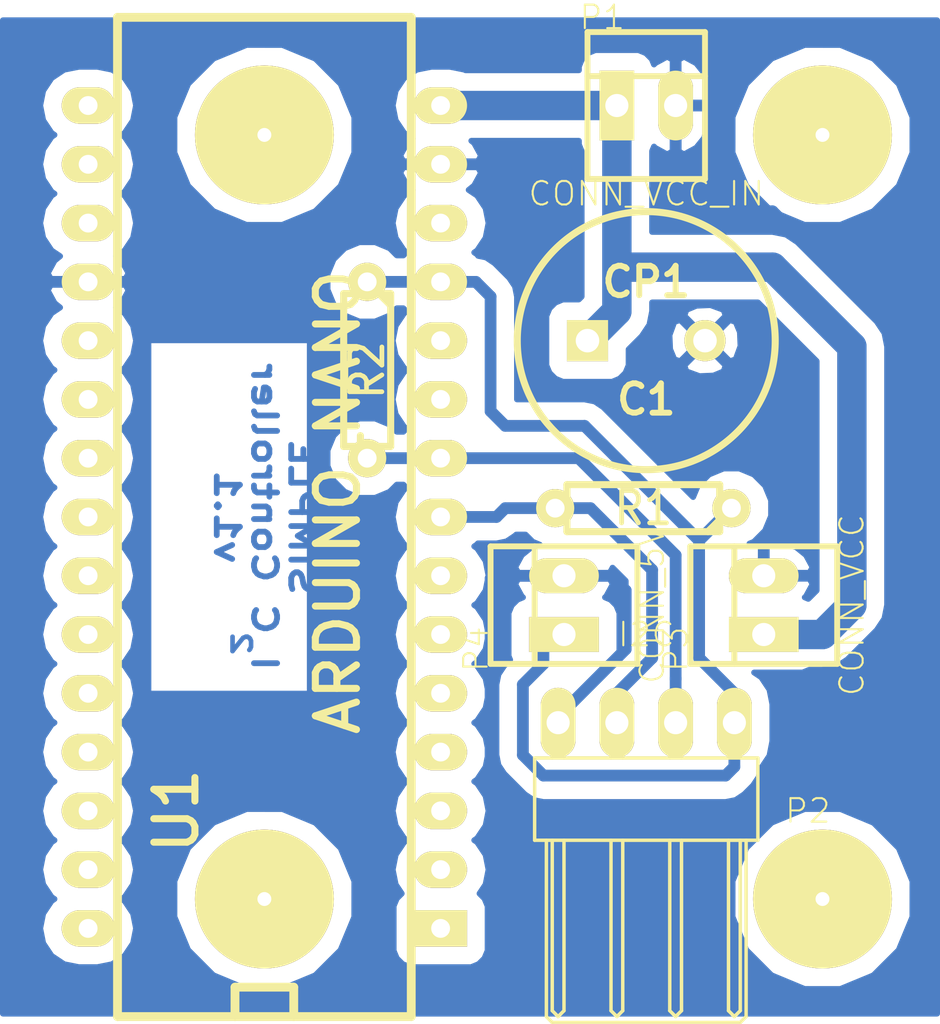
<source format=kicad_pcb>
(kicad_pcb (version 3) (host pcbnew "(2013-june-11)-stable")

  (general
    (links 17)
    (no_connects 0)
    (area 101.6 28.40355 142.240001 72.973001)
    (thickness 1.6)
    (drawings 2)
    (tracks 57)
    (zones 0)
    (modules 12)
    (nets 6)
  )

  (page A3)
  (layers
    (15 F.Cu signal)
    (0 B.Cu signal)
    (16 B.Adhes user)
    (17 F.Adhes user)
    (18 B.Paste user)
    (19 F.Paste user)
    (20 B.SilkS user)
    (21 F.SilkS user)
    (22 B.Mask user)
    (23 F.Mask user)
    (24 Dwgs.User user)
    (25 Cmts.User user)
    (26 Eco1.User user)
    (27 Eco2.User user)
    (28 Edge.Cuts user)
  )

  (setup
    (last_trace_width 0.508)
    (trace_clearance 0.254)
    (zone_clearance 0.762)
    (zone_45_only no)
    (trace_min 0.254)
    (segment_width 0.2)
    (edge_width 0.15)
    (via_size 0.889)
    (via_drill 0.635)
    (via_min_size 0.889)
    (via_min_drill 0.508)
    (uvia_size 0.508)
    (uvia_drill 0.127)
    (uvias_allowed no)
    (uvia_min_size 0.508)
    (uvia_min_drill 0.127)
    (pcb_text_width 0.3)
    (pcb_text_size 1 1)
    (mod_edge_width 0.15)
    (mod_text_size 1 1)
    (mod_text_width 0.15)
    (pad_size 1 1)
    (pad_drill 0.6)
    (pad_to_mask_clearance 0)
    (aux_axis_origin 0 0)
    (visible_elements 7FFFFFFF)
    (pcbplotparams
      (layerselection 3178497)
      (usegerberextensions true)
      (excludeedgelayer true)
      (linewidth 0.150000)
      (plotframeref false)
      (viasonmask false)
      (mode 1)
      (useauxorigin false)
      (hpglpennumber 1)
      (hpglpenspeed 20)
      (hpglpendiameter 15)
      (hpglpenoverlay 2)
      (psnegative false)
      (psa4output false)
      (plotreference true)
      (plotvalue true)
      (plotothertext true)
      (plotinvisibletext false)
      (padsonsilk false)
      (subtractmaskfromsilk false)
      (outputformat 1)
      (mirror false)
      (drillshape 1)
      (scaleselection 1)
      (outputdirectory ""))
  )

  (net 0 "")
  (net 1 +5V)
  (net 2 GND)
  (net 3 N-0000025)
  (net 4 N-000006)
  (net 5 VCC)

  (net_class Default "Toto je výchozí třída sítě."
    (clearance 0.254)
    (trace_width 0.508)
    (via_dia 0.889)
    (via_drill 0.635)
    (uvia_dia 0.508)
    (uvia_drill 0.127)
    (add_net "")
    (add_net +5V)
    (add_net GND)
    (add_net N-0000025)
    (add_net N-000006)
    (add_net VCC)
  )

  (module PINHEAD1-2-UP (layer F.Cu) (tedit 5526A405) (tstamp 5527D625)
    (at 125.984 54.61 90)
    (path /5527D3B7)
    (attr virtual)
    (fp_text reference P4 (at -1.905 -3.81 90) (layer F.SilkS)
      (effects (font (size 1.016 1.016) (thickness 0.0889)))
    )
    (fp_text value CONN_5V (at 0 3.81 90) (layer F.SilkS)
      (effects (font (size 1.016 1.016) (thickness 0.0889)))
    )
    (fp_line (start 2.54 -1.27) (end -2.54 -1.27) (layer F.SilkS) (width 0.254))
    (fp_line (start 2.54 3.175) (end -2.54 3.175) (layer F.SilkS) (width 0.254))
    (fp_line (start -2.54 -3.175) (end 2.54 -3.175) (layer F.SilkS) (width 0.254))
    (fp_line (start -2.54 -3.175) (end -2.54 3.175) (layer F.SilkS) (width 0.254))
    (fp_line (start 2.54 -3.175) (end 2.54 3.175) (layer F.SilkS) (width 0.254))
    (pad 1 thru_hole rect (at -1.27 0 90) (size 1.50622 3.01498) (drill 0.99822)
      (layers *.Cu F.Paste F.SilkS F.Mask)
      (net 1 +5V)
    )
    (pad 2 thru_hole oval (at 1.27 0 90) (size 1.50622 3.01498) (drill 0.99822)
      (layers *.Cu F.Paste F.SilkS F.Mask)
      (net 2 GND)
    )
  )

  (module PINHEAD1-4-90 (layer F.Cu) (tedit 5525117C) (tstamp 5527D60F)
    (at 129.54 59.69 180)
    (path /5527D39A)
    (attr virtual)
    (fp_text reference P2 (at -6.985 -3.81 180) (layer F.SilkS)
      (effects (font (size 1.016 1.016) (thickness 0.0889)))
    )
    (fp_text value I2C (at 0 3.81 180) (layer F.SilkS)
      (effects (font (size 1.016 1.016) (thickness 0.0889)))
    )
    (fp_line (start 3.556 -5.08) (end 3.556 -12.446) (layer F.SilkS) (width 0.15))
    (fp_line (start 3.556 -12.446) (end 3.81 -12.7) (layer F.SilkS) (width 0.15))
    (fp_line (start 3.81 -12.7) (end 4.064 -12.446) (layer F.SilkS) (width 0.15))
    (fp_line (start 4.064 -12.446) (end 4.064 -5.08) (layer F.SilkS) (width 0.15))
    (fp_line (start 1.016 -5.08) (end 1.016 -12.446) (layer F.SilkS) (width 0.15))
    (fp_line (start 1.016 -12.446) (end 1.27 -12.7) (layer F.SilkS) (width 0.15))
    (fp_line (start 1.27 -12.7) (end 1.524 -12.446) (layer F.SilkS) (width 0.15))
    (fp_line (start 1.524 -12.446) (end 1.524 -5.08) (layer F.SilkS) (width 0.15))
    (fp_line (start -1.524 -5.08) (end -1.524 -12.446) (layer F.SilkS) (width 0.15))
    (fp_line (start -1.524 -12.446) (end -1.27 -12.7) (layer F.SilkS) (width 0.15))
    (fp_line (start -1.27 -12.7) (end -1.016 -12.446) (layer F.SilkS) (width 0.15))
    (fp_line (start -1.016 -12.446) (end -1.016 -5.08) (layer F.SilkS) (width 0.15))
    (fp_line (start -4.064 -5.08) (end -4.064 -12.446) (layer F.SilkS) (width 0.15))
    (fp_line (start -4.064 -12.446) (end -3.81 -12.7) (layer F.SilkS) (width 0.15))
    (fp_line (start -3.81 -12.7) (end -3.556 -12.446) (layer F.SilkS) (width 0.15))
    (fp_line (start -3.556 -12.446) (end -3.556 -5.08) (layer F.SilkS) (width 0.15))
    (fp_line (start -4.318 -5.08) (end -4.318 -12.7) (layer F.SilkS) (width 0.15))
    (fp_line (start -4.318 -12.7) (end -4.064 -12.954) (layer F.SilkS) (width 0.15))
    (fp_line (start -4.064 -12.954) (end 4.064 -12.954) (layer F.SilkS) (width 0.15))
    (fp_line (start 4.064 -12.954) (end 4.318 -12.7) (layer F.SilkS) (width 0.15))
    (fp_line (start 4.318 -12.7) (end 4.318 -5.08) (layer F.SilkS) (width 0.15))
    (fp_line (start -1.016 -1.524) (end -1.016 -0.508) (layer F.SilkS) (width 0.15))
    (fp_line (start -1.524 -1.524) (end -1.524 -0.508) (layer F.SilkS) (width 0.15))
    (fp_line (start -3.556 -1.524) (end -3.556 -0.508) (layer F.SilkS) (width 0.15))
    (fp_line (start -4.064 -1.524) (end -4.064 -0.508) (layer F.SilkS) (width 0.15))
    (fp_line (start 4.064 -1.524) (end 4.064 -0.508) (layer F.SilkS) (width 0.15))
    (fp_line (start 3.556 -1.524) (end 3.556 -0.508) (layer F.SilkS) (width 0.15))
    (fp_line (start 1.524 -1.524) (end 1.524 -0.508) (layer F.SilkS) (width 0.15))
    (fp_line (start 1.016 -1.524) (end 1.016 -0.508) (layer F.SilkS) (width 0.15))
    (fp_line (start 4.826 -5.08) (end 4.826 -1.524) (layer F.SilkS) (width 0.15))
    (fp_line (start -4.826 -5.08) (end -4.826 -1.524) (layer F.SilkS) (width 0.15))
    (fp_line (start -4.826 -5.08) (end 4.826 -5.08) (layer F.SilkS) (width 0.15))
    (fp_line (start -4.826 -1.524) (end 4.826 -1.524) (layer F.SilkS) (width 0.15))
    (pad 1 thru_hole oval (at -3.81 0 180) (size 1.50622 3.01498) (drill 0.99822)
      (layers *.Cu F.Paste F.SilkS F.Mask)
      (net 1 +5V)
    )
    (pad 2 thru_hole oval (at -1.27 0 180) (size 1.50622 3.01498) (drill 0.99822)
      (layers *.Cu F.Paste F.SilkS F.Mask)
      (net 3 N-0000025)
    )
    (pad 3 thru_hole oval (at 1.27 0 180) (size 1.50622 3.01498) (drill 0.99822)
      (layers *.Cu F.Paste F.SilkS F.Mask)
      (net 4 N-000006)
    )
    (pad 4 thru_hole oval (at 3.81 0 180) (size 1.50622 3.01498) (drill 0.99822)
      (layers *.Cu F.Paste F.SilkS F.Mask)
      (net 2 GND)
    )
  )

  (module PINHEAD1-2-UP (layer F.Cu) (tedit 5526A405) (tstamp 5527D61A)
    (at 134.62 54.61 90)
    (path /5527D3AA)
    (attr virtual)
    (fp_text reference P3 (at -1.905 -3.81 90) (layer F.SilkS)
      (effects (font (size 1.016 1.016) (thickness 0.0889)))
    )
    (fp_text value CONN_VCC (at 0 3.81 90) (layer F.SilkS)
      (effects (font (size 1.016 1.016) (thickness 0.0889)))
    )
    (fp_line (start 2.54 -1.27) (end -2.54 -1.27) (layer F.SilkS) (width 0.254))
    (fp_line (start 2.54 3.175) (end -2.54 3.175) (layer F.SilkS) (width 0.254))
    (fp_line (start -2.54 -3.175) (end 2.54 -3.175) (layer F.SilkS) (width 0.254))
    (fp_line (start -2.54 -3.175) (end -2.54 3.175) (layer F.SilkS) (width 0.254))
    (fp_line (start 2.54 -3.175) (end 2.54 3.175) (layer F.SilkS) (width 0.254))
    (pad 1 thru_hole rect (at -1.27 0 90) (size 1.50622 3.01498) (drill 0.99822)
      (layers *.Cu F.Paste F.SilkS F.Mask)
      (net 5 VCC)
    )
    (pad 2 thru_hole oval (at 1.27 0 90) (size 1.50622 3.01498) (drill 0.99822)
      (layers *.Cu F.Paste F.SilkS F.Mask)
      (net 2 GND)
    )
  )

  (module PINHEAD1-2-UP (layer F.Cu) (tedit 5526A405) (tstamp 5527D630)
    (at 129.54 33.02)
    (path /5527D3BD)
    (attr virtual)
    (fp_text reference P1 (at -1.905 -3.81) (layer F.SilkS)
      (effects (font (size 1.016 1.016) (thickness 0.0889)))
    )
    (fp_text value CONN_VCC_IN (at 0 3.81) (layer F.SilkS)
      (effects (font (size 1.016 1.016) (thickness 0.0889)))
    )
    (fp_line (start 2.54 -1.27) (end -2.54 -1.27) (layer F.SilkS) (width 0.254))
    (fp_line (start 2.54 3.175) (end -2.54 3.175) (layer F.SilkS) (width 0.254))
    (fp_line (start -2.54 -3.175) (end 2.54 -3.175) (layer F.SilkS) (width 0.254))
    (fp_line (start -2.54 -3.175) (end -2.54 3.175) (layer F.SilkS) (width 0.254))
    (fp_line (start 2.54 -3.175) (end 2.54 3.175) (layer F.SilkS) (width 0.254))
    (pad 1 thru_hole rect (at -1.27 0) (size 1.50622 3.01498) (drill 0.99822)
      (layers *.Cu F.Paste F.SilkS F.Mask)
      (net 5 VCC)
    )
    (pad 2 thru_hole oval (at 1.27 0) (size 1.50622 3.01498) (drill 0.99822)
      (layers *.Cu F.Paste F.SilkS F.Mask)
      (net 2 GND)
    )
  )

  (module C2V10 (layer F.Cu) (tedit 41854742) (tstamp 5527D637)
    (at 129.54 43.18)
    (descr "Condensateur polarise")
    (tags CP)
    (path /5527D5F8)
    (fp_text reference C1 (at 0 2.54) (layer F.SilkS)
      (effects (font (size 1.27 1.27) (thickness 0.254)))
    )
    (fp_text value CP1 (at 0 -2.54) (layer F.SilkS)
      (effects (font (size 1.27 1.27) (thickness 0.254)))
    )
    (fp_circle (center 0 0) (end 4.826 -2.794) (layer F.SilkS) (width 0.3048))
    (pad 1 thru_hole rect (at -2.54 0) (size 1.778 1.778) (drill 1.016)
      (layers *.Cu *.Mask F.SilkS)
      (net 5 VCC)
    )
    (pad 2 thru_hole circle (at 2.54 0) (size 1.778 1.778) (drill 1.016)
      (layers *.Cu *.Mask F.SilkS)
      (net 2 GND)
    )
    (model discret/c_vert_c2v10.wrl
      (at (xyz 0 0 0))
      (scale (xyz 1 1 1))
      (rotate (xyz 0 0 0))
    )
  )

  (module pad (layer F.Cu) (tedit 51979136) (tstamp 5527D794)
    (at 113.03 34.29)
    (fp_text reference Ref** (at 0 0.508) (layer F.SilkS)
      (effects (font (size 1 1) (thickness 0.15)))
    )
    (fp_text value Val** (at 0 -1.016) (layer F.SilkS)
      (effects (font (size 1 1) (thickness 0.15)))
    )
    (pad "" thru_hole circle (at 0 0) (size 6 6) (drill 0.6)
      (layers *.Cu *.Mask F.SilkS)
    )
  )

  (module pad (layer F.Cu) (tedit 51979136) (tstamp 5527D79D)
    (at 137.16 67.31)
    (fp_text reference Ref** (at 0 0.508) (layer F.SilkS)
      (effects (font (size 1 1) (thickness 0.15)))
    )
    (fp_text value Val** (at 0 -1.016) (layer F.SilkS)
      (effects (font (size 1 1) (thickness 0.15)))
    )
    (pad "" thru_hole circle (at 0 0) (size 6 6) (drill 0.6)
      (layers *.Cu *.Mask F.SilkS)
    )
  )

  (module pad (layer F.Cu) (tedit 51979136) (tstamp 5527D7A6)
    (at 113.03 67.31)
    (fp_text reference Ref** (at 0 0.508) (layer F.SilkS)
      (effects (font (size 1 1) (thickness 0.15)))
    )
    (fp_text value Val** (at 0 -1.016) (layer F.SilkS)
      (effects (font (size 1 1) (thickness 0.15)))
    )
    (pad "" thru_hole circle (at 0 0) (size 6 6) (drill 0.6)
      (layers *.Cu *.Mask F.SilkS)
    )
  )

  (module pad (layer F.Cu) (tedit 51979136) (tstamp 5527D7AF)
    (at 137.16 34.29)
    (fp_text reference Ref** (at 0 0.508) (layer F.SilkS)
      (effects (font (size 1 1) (thickness 0.15)))
    )
    (fp_text value Val** (at 0 -1.016) (layer F.SilkS)
      (effects (font (size 1 1) (thickness 0.15)))
    )
    (pad "" thru_hole circle (at 0 0) (size 6 6) (drill 0.6)
      (layers *.Cu *.Mask F.SilkS)
    )
  )

  (module arduino_nano (layer F.Cu) (tedit 552B5158) (tstamp 5527D660)
    (at 113.03 49.53 90)
    (descr "30 pins DIL package, elliptical pads, width 600mil (arduino mini)")
    (tags "DIL arduino mini")
    (path /5549A92F)
    (fp_text reference U1 (at -13.97 -3.81 90) (layer F.SilkS)
      (effects (font (size 1.778 1.778) (thickness 0.3048)))
    )
    (fp_text value ARDUINO_NANO (at -0.635 3.175 90) (layer F.SilkS)
      (effects (font (size 1.778 1.778) (thickness 0.3048)))
    )
    (fp_line (start -22.86 -6.35) (end 20.32 -6.35) (layer F.SilkS) (width 0.381))
    (fp_line (start 20.32 -6.35) (end 20.32 6.35) (layer F.SilkS) (width 0.381))
    (fp_line (start 20.32 6.35) (end -22.86 6.35) (layer F.SilkS) (width 0.381))
    (fp_line (start -22.86 6.35) (end -22.86 -6.35) (layer F.SilkS) (width 0.381))
    (fp_line (start -22.86 1.27) (end -21.59 1.27) (layer F.SilkS) (width 0.381))
    (fp_line (start -21.59 1.27) (end -21.59 -1.27) (layer F.SilkS) (width 0.381))
    (fp_line (start -21.59 -1.27) (end -22.86 -1.27) (layer F.SilkS) (width 0.381))
    (pad 1 thru_hole rect (at -19.05 7.62 90) (size 1.5748 2.286) (drill 0.8128)
      (layers *.Cu *.Mask F.SilkS)
    )
    (pad 2 thru_hole oval (at -16.51 7.62 90) (size 1.5748 2.286) (drill 0.8128)
      (layers *.Cu *.Mask F.SilkS)
    )
    (pad 3 thru_hole oval (at -13.97 7.62 90) (size 1.5748 2.286) (drill 0.8128)
      (layers *.Cu *.Mask F.SilkS)
    )
    (pad 4 thru_hole oval (at -11.43 7.62 90) (size 1.5748 2.286) (drill 0.8128)
      (layers *.Cu *.Mask F.SilkS)
    )
    (pad 5 thru_hole oval (at -8.89 7.62 90) (size 1.5748 2.286) (drill 0.8128)
      (layers *.Cu *.Mask F.SilkS)
    )
    (pad 6 thru_hole oval (at -6.35 7.62 90) (size 1.5748 2.286) (drill 0.8128)
      (layers *.Cu *.Mask F.SilkS)
    )
    (pad 7 thru_hole oval (at -3.81 7.62 90) (size 1.5748 2.286) (drill 0.8128)
      (layers *.Cu *.Mask F.SilkS)
    )
    (pad 8 thru_hole oval (at -1.27 7.62 90) (size 1.5748 2.286) (drill 0.8128)
      (layers *.Cu *.Mask F.SilkS)
      (net 4 N-000006)
    )
    (pad 9 thru_hole oval (at 1.27 7.62 90) (size 1.5748 2.286) (drill 0.8128)
      (layers *.Cu *.Mask F.SilkS)
      (net 3 N-0000025)
    )
    (pad 10 thru_hole oval (at 3.81 7.62 90) (size 1.5748 2.286) (drill 0.8128)
      (layers *.Cu *.Mask F.SilkS)
    )
    (pad 11 thru_hole oval (at 6.35 7.62 90) (size 1.5748 2.286) (drill 0.8128)
      (layers *.Cu *.Mask F.SilkS)
    )
    (pad 12 thru_hole oval (at 8.89 7.62 90) (size 1.5748 2.286) (drill 0.8128)
      (layers *.Cu *.Mask F.SilkS)
      (net 1 +5V)
    )
    (pad 13 thru_hole oval (at 11.43 7.62 90) (size 1.5748 2.286) (drill 0.8128)
      (layers *.Cu *.Mask F.SilkS)
    )
    (pad 14 thru_hole oval (at 13.97 7.62 90) (size 1.5748 2.286) (drill 0.8128)
      (layers *.Cu *.Mask F.SilkS)
      (net 2 GND)
    )
    (pad 15 thru_hole oval (at 16.51 7.62 90) (size 1.5748 2.286) (drill 0.8128)
      (layers *.Cu *.Mask F.SilkS)
      (net 5 VCC)
    )
    (pad 16 thru_hole oval (at 16.51 -7.62 90) (size 1.5748 2.286) (drill 0.8128)
      (layers *.Cu *.Mask F.SilkS)
    )
    (pad 17 thru_hole oval (at 13.97 -7.62 90) (size 1.5748 2.286) (drill 0.8128)
      (layers *.Cu *.Mask F.SilkS)
    )
    (pad 18 thru_hole oval (at 11.43 -7.62 90) (size 1.5748 2.286) (drill 0.8128)
      (layers *.Cu *.Mask F.SilkS)
    )
    (pad 19 thru_hole oval (at 8.89 -7.62 90) (size 1.5748 2.286) (drill 0.8128)
      (layers *.Cu *.Mask F.SilkS)
      (net 2 GND)
    )
    (pad 20 thru_hole oval (at 6.35 -7.62 90) (size 1.5748 2.286) (drill 0.8128)
      (layers *.Cu *.Mask F.SilkS)
    )
    (pad 21 thru_hole oval (at 3.81 -7.62 90) (size 1.5748 2.286) (drill 0.8128)
      (layers *.Cu *.Mask F.SilkS)
    )
    (pad 22 thru_hole oval (at 1.27 -7.62 90) (size 1.5748 2.286) (drill 0.8128)
      (layers *.Cu *.Mask F.SilkS)
    )
    (pad 23 thru_hole oval (at -1.27 -7.62 90) (size 1.5748 2.286) (drill 0.8128)
      (layers *.Cu *.Mask F.SilkS)
    )
    (pad 24 thru_hole oval (at -3.81 -7.62 90) (size 1.5748 2.286) (drill 0.8128)
      (layers *.Cu *.Mask F.SilkS)
    )
    (pad 25 thru_hole oval (at -6.35 -7.62 90) (size 1.5748 2.286) (drill 0.8128)
      (layers *.Cu *.Mask F.SilkS)
    )
    (pad 26 thru_hole oval (at -8.89 -7.62 90) (size 1.5748 2.286) (drill 0.8128)
      (layers *.Cu *.Mask F.SilkS)
    )
    (pad 27 thru_hole oval (at -11.43 -7.62 90) (size 1.5748 2.286) (drill 0.8128)
      (layers *.Cu *.Mask F.SilkS)
    )
    (pad 28 thru_hole oval (at -13.97 -7.62 90) (size 1.5748 2.286) (drill 0.8128)
      (layers *.Cu *.Mask F.SilkS)
    )
    (pad 29 thru_hole oval (at -16.51 -7.62 90) (size 1.5748 2.286) (drill 0.8128)
      (layers *.Cu *.Mask F.SilkS)
    )
    (pad 30 thru_hole oval (at -19.05 -7.62 90) (size 1.5748 2.286) (drill 0.8128)
      (layers *.Cu *.Mask F.SilkS)
    )
  )

  (module R3-LARGE_PADS (layer F.Cu) (tedit 47E26765) (tstamp 55492A80)
    (at 129.413 50.419 180)
    (descr "Resitance 3 pas")
    (tags R)
    (path /55492A45)
    (autoplace_cost180 10)
    (fp_text reference R1 (at 0 0 180) (layer F.SilkS)
      (effects (font (size 1.397 1.27) (thickness 0.2032)))
    )
    (fp_text value 10k (at 0 0 180) (layer F.SilkS) hide
      (effects (font (size 1.397 1.27) (thickness 0.2032)))
    )
    (fp_line (start -3.81 0) (end -3.302 0) (layer F.SilkS) (width 0.3048))
    (fp_line (start 3.81 0) (end 3.302 0) (layer F.SilkS) (width 0.3048))
    (fp_line (start 3.302 0) (end 3.302 -1.016) (layer F.SilkS) (width 0.3048))
    (fp_line (start 3.302 -1.016) (end -3.302 -1.016) (layer F.SilkS) (width 0.3048))
    (fp_line (start -3.302 -1.016) (end -3.302 1.016) (layer F.SilkS) (width 0.3048))
    (fp_line (start -3.302 1.016) (end 3.302 1.016) (layer F.SilkS) (width 0.3048))
    (fp_line (start 3.302 1.016) (end 3.302 0) (layer F.SilkS) (width 0.3048))
    (fp_line (start -3.302 -0.508) (end -2.794 -1.016) (layer F.SilkS) (width 0.3048))
    (pad 1 thru_hole circle (at -3.81 0 180) (size 1.651 1.651) (drill 0.8128)
      (layers *.Cu *.Mask F.SilkS)
      (net 1 +5V)
    )
    (pad 2 thru_hole circle (at 3.81 0 180) (size 1.651 1.651) (drill 0.8128)
      (layers *.Cu *.Mask F.SilkS)
      (net 4 N-000006)
    )
    (model discret/resistor.wrl
      (at (xyz 0 0 0))
      (scale (xyz 0.3 0.3 0.3))
      (rotate (xyz 0 0 0))
    )
  )

  (module R3-LARGE_PADS (layer F.Cu) (tedit 47E26765) (tstamp 55492A8E)
    (at 117.475 44.45 270)
    (descr "Resitance 3 pas")
    (tags R)
    (path /55492A63)
    (autoplace_cost180 10)
    (fp_text reference R2 (at 0 0 270) (layer F.SilkS)
      (effects (font (size 1.397 1.27) (thickness 0.2032)))
    )
    (fp_text value 10k (at 0 0 270) (layer F.SilkS) hide
      (effects (font (size 1.397 1.27) (thickness 0.2032)))
    )
    (fp_line (start -3.81 0) (end -3.302 0) (layer F.SilkS) (width 0.3048))
    (fp_line (start 3.81 0) (end 3.302 0) (layer F.SilkS) (width 0.3048))
    (fp_line (start 3.302 0) (end 3.302 -1.016) (layer F.SilkS) (width 0.3048))
    (fp_line (start 3.302 -1.016) (end -3.302 -1.016) (layer F.SilkS) (width 0.3048))
    (fp_line (start -3.302 -1.016) (end -3.302 1.016) (layer F.SilkS) (width 0.3048))
    (fp_line (start -3.302 1.016) (end 3.302 1.016) (layer F.SilkS) (width 0.3048))
    (fp_line (start 3.302 1.016) (end 3.302 0) (layer F.SilkS) (width 0.3048))
    (fp_line (start -3.302 -0.508) (end -2.794 -1.016) (layer F.SilkS) (width 0.3048))
    (pad 1 thru_hole circle (at -3.81 0 270) (size 1.651 1.651) (drill 0.8128)
      (layers *.Cu *.Mask F.SilkS)
      (net 1 +5V)
    )
    (pad 2 thru_hole circle (at 3.81 0 270) (size 1.651 1.651) (drill 0.8128)
      (layers *.Cu *.Mask F.SilkS)
      (net 3 N-0000025)
    )
    (model discret/resistor.wrl
      (at (xyz 0 0 0))
      (scale (xyz 0.3 0.3 0.3))
      (rotate (xyz 0 0 0))
    )
  )

  (gr_text 2 (at 112.014 56.261 270) (layer B.Cu)
    (effects (font (size 0.8 1) (thickness 0.2)) (justify mirror))
  )
  (gr_text "SIMPLE\nI C Controller\nv1.1" (at 113.03 50.8 270) (layer B.Cu)
    (effects (font (size 1 1.27) (thickness 0.25)) (justify mirror))
  )

  (segment (start 117.475 40.64) (end 120.65 40.64) (width 0.508) (layer B.Cu) (net 1))
  (segment (start 133.223 50.419) (end 131.826 51.816) (width 0.508) (layer B.Cu) (net 1))
  (segment (start 125.095 55.88) (end 125.095 57.15) (width 0.508) (layer B.Cu) (net 1))
  (segment (start 133.35 61.595) (end 133.35 59.69) (width 0.508) (layer B.Cu) (net 1) (tstamp 5527DA62))
  (segment (start 132.969 61.976) (end 133.35 61.595) (width 0.508) (layer B.Cu) (net 1) (tstamp 5527DA61))
  (segment (start 125.095 61.976) (end 132.969 61.976) (width 0.508) (layer B.Cu) (net 1) (tstamp 5527DA60))
  (segment (start 124.206 61.087) (end 125.095 61.976) (width 0.508) (layer B.Cu) (net 1) (tstamp 5527DA5F))
  (segment (start 124.206 58.039) (end 124.206 61.087) (width 0.508) (layer B.Cu) (net 1) (tstamp 5527DA5E))
  (segment (start 125.095 57.15) (end 124.206 58.039) (width 0.508) (layer B.Cu) (net 1) (tstamp 5527DA5D))
  (segment (start 133.35 59.69) (end 133.35 58.42) (width 0.508) (layer B.Cu) (net 1))
  (segment (start 122.174 40.64) (end 120.65 40.64) (width 0.508) (layer B.Cu) (net 1) (tstamp 5527DA0D))
  (segment (start 122.809 41.275) (end 122.174 40.64) (width 0.508) (layer B.Cu) (net 1) (tstamp 5527DA0C))
  (segment (start 122.809 46.228) (end 122.809 41.275) (width 0.508) (layer B.Cu) (net 1) (tstamp 5527DA0B))
  (segment (start 123.444 46.863) (end 122.809 46.228) (width 0.508) (layer B.Cu) (net 1) (tstamp 5527DA0A))
  (segment (start 126.873 46.863) (end 123.444 46.863) (width 0.508) (layer B.Cu) (net 1) (tstamp 5527DA09))
  (segment (start 131.826 51.816) (end 126.873 46.863) (width 0.508) (layer B.Cu) (net 1) (tstamp 5527DA07))
  (segment (start 131.826 56.896) (end 131.826 51.816) (width 0.508) (layer B.Cu) (net 1) (tstamp 5527DA06))
  (segment (start 133.35 58.42) (end 131.826 56.896) (width 0.508) (layer B.Cu) (net 1) (tstamp 5527DA05))
  (segment (start 125.73 59.69) (end 125.73 59.436) (width 0.508) (layer B.Cu) (net 2))
  (segment (start 128.651 56.515) (end 128.651 53.975) (width 0.508) (layer B.Cu) (net 2) (tstamp 553DFA58))
  (segment (start 125.73 59.436) (end 128.651 56.515) (width 0.508) (layer B.Cu) (net 2) (tstamp 553DFA53))
  (segment (start 125.095 53.34) (end 122.936 53.34) (width 0.508) (layer B.Cu) (net 2))
  (segment (start 130.81 36.83) (end 130.81 33.02) (width 0.508) (layer B.Cu) (net 2) (tstamp 5527DB81))
  (segment (start 131.572 37.592) (end 130.81 36.83) (width 0.508) (layer B.Cu) (net 2) (tstamp 5527DB80))
  (segment (start 135.001 37.592) (end 131.572 37.592) (width 0.508) (layer B.Cu) (net 2) (tstamp 5527DB7E))
  (segment (start 140.208 42.799) (end 135.001 37.592) (width 0.508) (layer B.Cu) (net 2) (tstamp 5527DB7C))
  (segment (start 140.208 57.023) (end 140.208 42.799) (width 0.508) (layer B.Cu) (net 2) (tstamp 5527DB79))
  (segment (start 133.35 63.881) (end 140.208 57.023) (width 0.508) (layer B.Cu) (net 2) (tstamp 5527DB70))
  (segment (start 124.079 63.881) (end 133.35 63.881) (width 0.508) (layer B.Cu) (net 2) (tstamp 5527DB6E))
  (segment (start 122.809 62.611) (end 124.079 63.881) (width 0.508) (layer B.Cu) (net 2) (tstamp 5527DB6A))
  (segment (start 122.809 53.467) (end 122.809 62.611) (width 0.508) (layer B.Cu) (net 2) (tstamp 5527DB5E))
  (segment (start 122.936 53.34) (end 122.809 53.467) (width 0.508) (layer B.Cu) (net 2) (tstamp 5527DB5B))
  (segment (start 125.095 53.34) (end 128.016 53.34) (width 0.508) (layer B.Cu) (net 2))
  (segment (start 128.016 53.34) (end 128.651 53.975) (width 0.508) (layer B.Cu) (net 2) (tstamp 5527DA57))
  (segment (start 120.65 48.26) (end 117.475 48.26) (width 0.508) (layer B.Cu) (net 3))
  (segment (start 120.65 48.26) (end 126.619 48.26) (width 0.508) (layer B.Cu) (net 3))
  (segment (start 126.619 48.26) (end 130.81 52.451) (width 0.508) (layer B.Cu) (net 3) (tstamp 55492B06))
  (segment (start 130.81 59.69) (end 130.81 57.785) (width 0.508) (layer B.Cu) (net 3))
  (segment (start 130.81 57.785) (end 130.81 52.451) (width 0.508) (layer B.Cu) (net 3) (tstamp 5527D9FA))
  (segment (start 130.81 57.785) (end 130.81 57.785) (width 0.508) (layer B.Cu) (net 3) (tstamp 5527D9F9))
  (segment (start 128.27 59.69) (end 128.27 58.42) (width 0.508) (layer B.Cu) (net 4))
  (segment (start 127.127 50.419) (end 129.794 53.086) (width 0.508) (layer B.Cu) (net 4) (tstamp 55492B35))
  (segment (start 125.603 50.419) (end 127.127 50.419) (width 0.508) (layer B.Cu) (net 4))
  (segment (start 128.27 58.42) (end 129.794 56.896) (width 0.508) (layer B.Cu) (net 4) (tstamp 55492B88))
  (segment (start 129.794 56.896) (end 129.794 53.086) (width 0.508) (layer B.Cu) (net 4) (tstamp 55492B8E))
  (segment (start 120.65 50.8) (end 123.063 50.8) (width 0.508) (layer B.Cu) (net 4))
  (segment (start 123.444 50.419) (end 125.603 50.419) (width 0.508) (layer B.Cu) (net 4) (tstamp 55492B0D))
  (segment (start 123.063 50.8) (end 123.444 50.419) (width 0.508) (layer B.Cu) (net 4) (tstamp 55492B0B))
  (segment (start 134.62 55.88) (end 137.16 55.88) (width 1.27) (layer B.Cu) (net 5))
  (segment (start 135.001 40.005) (end 128.27 40.005) (width 1.27) (layer B.Cu) (net 5) (tstamp 5527DA7C))
  (segment (start 138.43 43.434) (end 135.001 40.005) (width 1.27) (layer B.Cu) (net 5) (tstamp 5527DA7A))
  (segment (start 138.43 54.61) (end 138.43 43.434) (width 1.27) (layer B.Cu) (net 5) (tstamp 5527DA79))
  (segment (start 137.16 55.88) (end 138.43 54.61) (width 1.27) (layer B.Cu) (net 5) (tstamp 5527DA78))
  (segment (start 128.27 33.02) (end 128.27 40.005) (width 1.27) (layer B.Cu) (net 5))
  (segment (start 128.27 40.005) (end 128.27 41.91) (width 1.27) (layer B.Cu) (net 5) (tstamp 5527DA80))
  (segment (start 128.27 41.91) (end 127 43.18) (width 1.27) (layer B.Cu) (net 5) (tstamp 5527DA75))
  (segment (start 120.65 33.02) (end 128.27 33.02) (width 1.27) (layer B.Cu) (net 5))

  (zone (net 2) (net_name GND) (layer B.Cu) (tstamp 5527D7E8) (hatch edge 0.508)
    (connect_pads (clearance 0.762))
    (min_thickness 0.254)
    (fill (arc_segments 16) (thermal_gap 0.508) (thermal_bridge_width 0.508))
    (polygon
      (pts
        (xy 142.24 72.39) (xy 101.6 72.39) (xy 101.6 29.21) (xy 142.24 29.21)
      )
    )
    (filled_polygon
      (pts
        (xy 125.877 59.817) (xy 125.857 59.817) (xy 125.857 59.837) (xy 125.603 59.837) (xy 125.603 59.817)
        (xy 125.583 59.817) (xy 125.583 59.563) (xy 125.603 59.563) (xy 125.603 59.543) (xy 125.857 59.543)
        (xy 125.857 59.563) (xy 125.877 59.563) (xy 125.877 59.817)
      )
    )
    (filled_polygon
      (pts
        (xy 142.113 72.263) (xy 141.049674 72.263) (xy 141.049674 66.539824) (xy 141.049674 33.519824) (xy 140.458856 32.089936)
        (xy 139.365818 30.994989) (xy 137.936964 30.401677) (xy 136.389824 30.400326) (xy 134.959936 30.991144) (xy 133.864989 32.084182)
        (xy 133.271677 33.513036) (xy 133.270326 35.060176) (xy 133.861144 36.490064) (xy 134.954182 37.585011) (xy 136.383036 38.178323)
        (xy 137.930176 38.179674) (xy 139.360064 37.588856) (xy 140.455011 36.495818) (xy 141.048323 35.066964) (xy 141.049674 33.519824)
        (xy 141.049674 66.539824) (xy 140.458856 65.109936) (xy 139.954 64.604198) (xy 139.954 54.61) (xy 139.954 43.434)
        (xy 139.837992 42.850791) (xy 139.837992 42.85079) (xy 139.507631 42.356369) (xy 136.078631 38.927369) (xy 135.58421 38.597008)
        (xy 135.001 38.481) (xy 132.19811 38.481) (xy 132.19811 33.90138) (xy 132.19811 33.147) (xy 132.19811 32.893)
        (xy 132.19811 32.13862) (xy 132.043846 31.617081) (xy 131.70174 31.194276) (xy 131.223875 30.934573) (xy 131.151674 30.920217)
        (xy 130.937 31.042838) (xy 130.937 32.893) (xy 132.19811 32.893) (xy 132.19811 33.147) (xy 130.937 33.147)
        (xy 130.937 34.997162) (xy 131.151674 35.119783) (xy 131.223875 35.105427) (xy 131.70174 34.845724) (xy 132.043846 34.422919)
        (xy 132.19811 33.90138) (xy 132.19811 38.481) (xy 129.794 38.481) (xy 129.794 34.989163) (xy 129.875503 34.792881)
        (xy 129.91826 34.845724) (xy 130.396125 35.105427) (xy 130.468326 35.119783) (xy 130.683 34.997162) (xy 130.683 33.147)
        (xy 130.663 33.147) (xy 130.663 32.893) (xy 130.683 32.893) (xy 130.683 31.042838) (xy 130.468326 30.920217)
        (xy 130.396125 30.934573) (xy 129.91826 31.194276) (xy 129.875402 31.247243) (xy 129.777206 31.00959) (xy 129.527345 30.759293)
        (xy 129.200719 30.623666) (xy 128.847053 30.623357) (xy 127.340833 30.623357) (xy 127.01397 30.758414) (xy 126.763673 31.008275)
        (xy 126.628046 31.334901) (xy 126.627905 31.496) (xy 121.724043 31.496) (xy 121.68694 31.471208) (xy 121.045409 31.3436)
        (xy 120.254591 31.3436) (xy 119.61306 31.471208) (xy 119.069197 31.834606) (xy 118.705799 32.378469) (xy 118.578191 33.02)
        (xy 118.705799 33.661531) (xy 119.069197 34.205394) (xy 119.437674 34.451602) (xy 119.198809 34.644014) (xy 118.931673 35.133004)
        (xy 118.91499 35.21294) (xy 119.037149 35.433) (xy 120.523 35.433) (xy 120.523 35.413) (xy 120.777 35.413)
        (xy 120.777 35.433) (xy 122.262851 35.433) (xy 122.38501 35.21294) (xy 122.368327 35.133004) (xy 122.101191 34.644014)
        (xy 121.97703 34.544) (xy 126.627737 34.544) (xy 126.627737 34.703547) (xy 126.746 34.989765) (xy 126.746 40.005)
        (xy 126.746 41.278738) (xy 126.622891 41.401847) (xy 125.934943 41.401847) (xy 125.60808 41.536904) (xy 125.357783 41.786765)
        (xy 125.222156 42.113391) (xy 125.221847 42.467057) (xy 125.221847 44.245057) (xy 125.356904 44.57192) (xy 125.606765 44.822217)
        (xy 125.933391 44.957844) (xy 126.287057 44.958153) (xy 128.065057 44.958153) (xy 128.39192 44.823096) (xy 128.642217 44.573235)
        (xy 128.777844 44.246609) (xy 128.778153 43.892943) (xy 128.778153 43.557109) (xy 129.347631 42.987631) (xy 129.677992 42.49321)
        (xy 129.677992 42.493209) (xy 129.794 41.91) (xy 129.794 41.529) (xy 134.369738 41.529) (xy 136.906 44.065262)
        (xy 136.906 53.978738) (xy 136.546467 54.33827) (xy 136.392881 54.274496) (xy 136.445724 54.23174) (xy 136.705427 53.753875)
        (xy 136.719783 53.681674) (xy 136.719783 52.998326) (xy 136.705427 52.926125) (xy 136.445724 52.44826) (xy 136.022919 52.106154)
        (xy 135.50138 51.95189) (xy 134.747 51.95189) (xy 134.747 53.213) (xy 136.597162 53.213) (xy 136.719783 52.998326)
        (xy 136.719783 53.681674) (xy 136.597162 53.467) (xy 134.747 53.467) (xy 134.747 53.487) (xy 134.493 53.487)
        (xy 134.493 53.467) (xy 134.473 53.467) (xy 134.473 53.213) (xy 134.493 53.213) (xy 134.493 51.95189)
        (xy 134.002787 51.95189) (xy 134.192917 51.87333) (xy 134.675635 51.391454) (xy 134.937202 50.761531) (xy 134.937797 50.079461)
        (xy 134.67733 49.449083) (xy 134.195454 48.966365) (xy 133.615514 48.725552) (xy 133.615514 43.418035) (xy 133.589722 42.8123)
        (xy 133.407539 42.372468) (xy 133.152195 42.28741) (xy 132.97259 42.467015) (xy 132.97259 42.107805) (xy 132.887532 41.852461)
        (xy 132.318035 41.644486) (xy 131.7123 41.670278) (xy 131.272468 41.852461) (xy 131.18741 42.107805) (xy 132.08 43.000395)
        (xy 132.97259 42.107805) (xy 132.97259 42.467015) (xy 132.259605 43.18) (xy 133.152195 44.07259) (xy 133.407539 43.987532)
        (xy 133.615514 43.418035) (xy 133.615514 48.725552) (xy 133.565531 48.704798) (xy 132.97259 48.70428) (xy 132.97259 44.252195)
        (xy 132.08 43.359605) (xy 131.900395 43.53921) (xy 131.900395 43.18) (xy 131.007805 42.28741) (xy 130.752461 42.372468)
        (xy 130.544486 42.941965) (xy 130.570278 43.5477) (xy 130.752461 43.987532) (xy 131.007805 44.07259) (xy 131.900395 43.18)
        (xy 131.900395 43.53921) (xy 131.18741 44.252195) (xy 131.272468 44.507539) (xy 131.841965 44.715514) (xy 132.4477 44.689722)
        (xy 132.887532 44.507539) (xy 132.97259 44.252195) (xy 132.97259 48.70428) (xy 132.883461 48.704203) (xy 132.253083 48.96467)
        (xy 131.770365 49.446546) (xy 131.565752 49.939306) (xy 127.681223 46.054777) (xy 127.310407 45.807006) (xy 126.873 45.72)
        (xy 123.952 45.72) (xy 123.952 41.275) (xy 123.864994 40.837593) (xy 123.617223 40.466777) (xy 122.982223 39.831777)
        (xy 122.611407 39.584006) (xy 122.272178 39.516529) (xy 122.230803 39.454606) (xy 122.104181 39.37) (xy 122.230803 39.285394)
        (xy 122.594201 38.741531) (xy 122.721809 38.1) (xy 122.594201 37.458469) (xy 122.230803 36.914606) (xy 121.862325 36.668397)
        (xy 122.101191 36.475986) (xy 122.368327 35.986996) (xy 122.38501 35.90706) (xy 122.262851 35.687) (xy 120.777 35.687)
        (xy 120.777 35.707) (xy 120.523 35.707) (xy 120.523 35.687) (xy 119.037149 35.687) (xy 118.91499 35.90706)
        (xy 118.931673 35.986996) (xy 119.198809 36.475986) (xy 119.437674 36.668397) (xy 119.069197 36.914606) (xy 118.705799 37.458469)
        (xy 118.578191 38.1) (xy 118.705799 38.741531) (xy 119.069197 39.285394) (xy 119.195818 39.37) (xy 119.069197 39.454606)
        (xy 119.04087 39.497) (xy 118.756548 39.497) (xy 118.447454 39.187365) (xy 117.817531 38.925798) (xy 117.135461 38.925203)
        (xy 116.919674 39.014364) (xy 116.919674 33.519824) (xy 116.328856 32.089936) (xy 115.235818 30.994989) (xy 113.806964 30.401677)
        (xy 112.259824 30.400326) (xy 110.829936 30.991144) (xy 109.734989 32.084182) (xy 109.141677 33.513036) (xy 109.140326 35.060176)
        (xy 109.731144 36.490064) (xy 110.824182 37.585011) (xy 112.253036 38.178323) (xy 113.800176 38.179674) (xy 115.230064 37.588856)
        (xy 116.325011 36.495818) (xy 116.918323 35.066964) (xy 116.919674 33.519824) (xy 116.919674 39.014364) (xy 116.505083 39.18567)
        (xy 116.022365 39.667546) (xy 115.760798 40.297469) (xy 115.760203 40.979539) (xy 116.02067 41.609917) (xy 116.502546 42.092635)
        (xy 117.132469 42.354202) (xy 117.814539 42.354797) (xy 118.444917 42.09433) (xy 118.75679 41.783) (xy 119.04087 41.783)
        (xy 119.069197 41.825394) (xy 119.195818 41.91) (xy 119.069197 41.994606) (xy 118.705799 42.538469) (xy 118.578191 43.18)
        (xy 118.705799 43.821531) (xy 119.069197 44.365394) (xy 119.195818 44.45) (xy 119.069197 44.534606) (xy 118.705799 45.078469)
        (xy 118.578191 45.72) (xy 118.705799 46.361531) (xy 119.069197 46.905394) (xy 119.195818 46.99) (xy 119.069197 47.074606)
        (xy 119.04087 47.117) (xy 118.756548 47.117) (xy 118.447454 46.807365) (xy 117.817531 46.545798) (xy 117.135461 46.545203)
        (xy 116.505083 46.80567) (xy 116.022365 47.287546) (xy 115.760798 47.917469) (xy 115.760203 48.599539) (xy 116.02067 49.229917)
        (xy 116.502546 49.712635) (xy 117.132469 49.974202) (xy 117.814539 49.974797) (xy 118.444917 49.71433) (xy 118.75679 49.403)
        (xy 119.04087 49.403) (xy 119.069197 49.445394) (xy 119.195818 49.53) (xy 119.069197 49.614606) (xy 118.705799 50.158469)
        (xy 118.578191 50.8) (xy 118.705799 51.441531) (xy 119.069197 51.985394) (xy 119.195818 52.07) (xy 119.069197 52.154606)
        (xy 118.705799 52.698469) (xy 118.578191 53.34) (xy 118.705799 53.981531) (xy 119.069197 54.525394) (xy 119.195818 54.61)
        (xy 119.069197 54.694606) (xy 118.705799 55.238469) (xy 118.578191 55.88) (xy 118.705799 56.521531) (xy 119.069197 57.065394)
        (xy 119.195818 57.15) (xy 119.069197 57.234606) (xy 118.705799 57.778469) (xy 118.578191 58.42) (xy 118.705799 59.061531)
        (xy 119.069197 59.605394) (xy 119.195818 59.69) (xy 119.069197 59.774606) (xy 118.705799 60.318469) (xy 118.578191 60.96)
        (xy 118.705799 61.601531) (xy 119.069197 62.145394) (xy 119.195818 62.23) (xy 119.069197 62.314606) (xy 118.705799 62.858469)
        (xy 118.578191 63.5) (xy 118.705799 64.141531) (xy 119.069197 64.685394) (xy 119.195818 64.77) (xy 119.069197 64.854606)
        (xy 118.705799 65.398469) (xy 118.578191 66.04) (xy 118.705799 66.681531) (xy 118.968232 67.074289) (xy 118.753783 67.288365)
        (xy 118.618156 67.614991) (xy 118.617847 67.968657) (xy 118.617847 69.543457) (xy 118.752904 69.87032) (xy 119.002765 70.120617)
        (xy 119.329391 70.256244) (xy 119.683057 70.256553) (xy 121.969057 70.256553) (xy 122.29592 70.121496) (xy 122.546217 69.871635)
        (xy 122.681844 69.545009) (xy 122.682153 69.191343) (xy 122.682153 67.616543) (xy 122.547096 67.28968) (xy 122.331893 67.074101)
        (xy 122.594201 66.681531) (xy 122.721809 66.04) (xy 122.594201 65.398469) (xy 122.230803 64.854606) (xy 122.104181 64.77)
        (xy 122.230803 64.685394) (xy 122.594201 64.141531) (xy 122.721809 63.5) (xy 122.594201 62.858469) (xy 122.230803 62.314606)
        (xy 122.104181 62.23) (xy 122.230803 62.145394) (xy 122.594201 61.601531) (xy 122.721809 60.96) (xy 122.594201 60.318469)
        (xy 122.230803 59.774606) (xy 122.104181 59.69) (xy 122.230803 59.605394) (xy 122.594201 59.061531) (xy 122.721809 58.42)
        (xy 122.594201 57.778469) (xy 122.230803 57.234606) (xy 122.104181 57.15) (xy 122.230803 57.065394) (xy 122.594201 56.521531)
        (xy 122.721809 55.88) (xy 122.594201 55.238469) (xy 122.230803 54.694606) (xy 122.104181 54.61) (xy 122.230803 54.525394)
        (xy 122.594201 53.981531) (xy 122.721809 53.34) (xy 122.594201 52.698469) (xy 122.230803 52.154606) (xy 122.104181 52.07)
        (xy 122.230803 51.985394) (xy 122.259129 51.943) (xy 123.063 51.943) (xy 123.500407 51.855994) (xy 123.871223 51.608223)
        (xy 123.917446 51.562) (xy 124.321451 51.562) (xy 124.630546 51.871635) (xy 124.939801 52.000049) (xy 124.581081 52.106154)
        (xy 124.158276 52.44826) (xy 123.898573 52.926125) (xy 123.884217 52.998326) (xy 124.006838 53.213) (xy 125.857 53.213)
        (xy 125.857 53.193) (xy 126.111 53.193) (xy 126.111 53.213) (xy 127.961162 53.213) (xy 128.083783 52.998326)
        (xy 128.082269 52.990715) (xy 128.651 53.559446) (xy 128.651 56.422554) (xy 128.380436 56.693117) (xy 128.380643 56.457053)
        (xy 128.380643 54.950833) (xy 128.245586 54.62397) (xy 127.995725 54.373673) (xy 127.756881 54.274496) (xy 127.809724 54.23174)
        (xy 128.069427 53.753875) (xy 128.083783 53.681674) (xy 127.961162 53.467) (xy 126.111 53.467) (xy 126.111 53.487)
        (xy 125.857 53.487) (xy 125.857 53.467) (xy 124.006838 53.467) (xy 123.884217 53.681674) (xy 123.898573 53.753875)
        (xy 124.158276 54.23174) (xy 124.211243 54.274597) (xy 123.97359 54.372794) (xy 123.723293 54.622655) (xy 123.587666 54.949281)
        (xy 123.587357 55.302947) (xy 123.587357 56.809167) (xy 123.655198 56.973355) (xy 123.397777 57.230777) (xy 123.150006 57.601593)
        (xy 123.063 58.039) (xy 123.063 61.087) (xy 123.150006 61.524407) (xy 123.397777 61.895223) (xy 124.286776 62.784222)
        (xy 124.286777 62.784223) (xy 124.657592 63.031993) (xy 124.657593 63.031994) (xy 125.094999 63.118999) (xy 125.095 63.119)
        (xy 132.969 63.119) (xy 133.406407 63.031994) (xy 133.777223 62.784223) (xy 134.158223 62.403223) (xy 134.405994 62.032407)
        (xy 134.477032 61.675271) (xy 134.511147 61.652477) (xy 134.867112 61.119738) (xy 134.99211 60.49133) (xy 134.99211 58.88867)
        (xy 134.867112 58.260262) (xy 134.511147 57.727523) (xy 134.203953 57.522263) (xy 136.303547 57.522263) (xy 136.589765 57.404)
        (xy 137.16 57.404) (xy 137.743209 57.287992) (xy 137.74321 57.287992) (xy 138.237631 56.957631) (xy 139.507631 55.687631)
        (xy 139.837992 55.19321) (xy 139.837992 55.193209) (xy 139.954 54.61) (xy 139.954 64.604198) (xy 139.365818 64.014989)
        (xy 137.936964 63.421677) (xy 136.389824 63.420326) (xy 134.959936 64.011144) (xy 133.864989 65.104182) (xy 133.271677 66.533036)
        (xy 133.270326 68.080176) (xy 133.861144 69.510064) (xy 134.954182 70.605011) (xy 136.383036 71.198323) (xy 137.930176 71.199674)
        (xy 139.360064 70.608856) (xy 140.455011 69.515818) (xy 141.048323 68.086964) (xy 141.049674 66.539824) (xy 141.049674 72.263)
        (xy 116.919674 72.263) (xy 116.919674 66.539824) (xy 116.328856 65.109936) (xy 115.235818 64.014989) (xy 114.994 63.914577)
        (xy 114.994 58.436143) (xy 114.994 43.163858) (xy 108.016 43.163858) (xy 108.016 58.436143) (xy 114.994 58.436143)
        (xy 114.994 63.914577) (xy 113.806964 63.421677) (xy 112.259824 63.420326) (xy 110.829936 64.011144) (xy 109.734989 65.104182)
        (xy 109.141677 66.533036) (xy 109.140326 68.080176) (xy 109.731144 69.510064) (xy 110.824182 70.605011) (xy 112.253036 71.198323)
        (xy 113.800176 71.199674) (xy 115.230064 70.608856) (xy 116.325011 69.515818) (xy 116.918323 68.086964) (xy 116.919674 66.539824)
        (xy 116.919674 72.263) (xy 107.481809 72.263) (xy 107.481809 68.58) (xy 107.354201 67.938469) (xy 106.990803 67.394606)
        (xy 106.864181 67.31) (xy 106.990803 67.225394) (xy 107.354201 66.681531) (xy 107.481809 66.04) (xy 107.354201 65.398469)
        (xy 106.990803 64.854606) (xy 106.864181 64.77) (xy 106.990803 64.685394) (xy 107.354201 64.141531) (xy 107.481809 63.5)
        (xy 107.354201 62.858469) (xy 106.990803 62.314606) (xy 106.864181 62.23) (xy 106.990803 62.145394) (xy 107.354201 61.601531)
        (xy 107.481809 60.96) (xy 107.354201 60.318469) (xy 106.990803 59.774606) (xy 106.864181 59.69) (xy 106.990803 59.605394)
        (xy 107.354201 59.061531) (xy 107.481809 58.42) (xy 107.354201 57.778469) (xy 106.990803 57.234606) (xy 106.864181 57.15)
        (xy 106.990803 57.065394) (xy 107.354201 56.521531) (xy 107.481809 55.88) (xy 107.354201 55.238469) (xy 106.990803 54.694606)
        (xy 106.864181 54.61) (xy 106.990803 54.525394) (xy 107.354201 53.981531) (xy 107.481809 53.34) (xy 107.354201 52.698469)
        (xy 106.990803 52.154606) (xy 106.864181 52.07) (xy 106.990803 51.985394) (xy 107.354201 51.441531) (xy 107.481809 50.8)
        (xy 107.354201 50.158469) (xy 106.990803 49.614606) (xy 106.864181 49.53) (xy 106.990803 49.445394) (xy 107.354201 48.901531)
        (xy 107.481809 48.26) (xy 107.354201 47.618469) (xy 106.990803 47.074606) (xy 106.864181 46.99) (xy 106.990803 46.905394)
        (xy 107.354201 46.361531) (xy 107.481809 45.72) (xy 107.354201 45.078469) (xy 106.990803 44.534606) (xy 106.864181 44.45)
        (xy 106.990803 44.365394) (xy 107.354201 43.821531) (xy 107.481809 43.18) (xy 107.481809 38.1) (xy 107.354201 37.458469)
        (xy 106.990803 36.914606) (xy 106.864181 36.83) (xy 106.990803 36.745394) (xy 107.354201 36.201531) (xy 107.481809 35.56)
        (xy 107.354201 34.918469) (xy 106.990803 34.374606) (xy 106.864181 34.29) (xy 106.990803 34.205394) (xy 107.354201 33.661531)
        (xy 107.481809 33.02) (xy 107.354201 32.378469) (xy 106.990803 31.834606) (xy 106.44694 31.471208) (xy 105.805409 31.3436)
        (xy 105.014591 31.3436) (xy 104.37306 31.471208) (xy 103.829197 31.834606) (xy 103.465799 32.378469) (xy 103.338191 33.02)
        (xy 103.465799 33.661531) (xy 103.829197 34.205394) (xy 103.955818 34.29) (xy 103.829197 34.374606) (xy 103.465799 34.918469)
        (xy 103.338191 35.56) (xy 103.465799 36.201531) (xy 103.829197 36.745394) (xy 103.955818 36.83) (xy 103.829197 36.914606)
        (xy 103.465799 37.458469) (xy 103.338191 38.1) (xy 103.465799 38.741531) (xy 103.829197 39.285394) (xy 104.197674 39.531602)
        (xy 103.958809 39.724014) (xy 103.691673 40.213004) (xy 103.67499 40.29294) (xy 103.797149 40.513) (xy 105.283 40.513)
        (xy 105.283 40.493) (xy 105.537 40.493) (xy 105.537 40.513) (xy 107.022851 40.513) (xy 107.14501 40.29294)
        (xy 107.128327 40.213004) (xy 106.861191 39.724014) (xy 106.622325 39.531602) (xy 106.990803 39.285394) (xy 107.354201 38.741531)
        (xy 107.481809 38.1) (xy 107.481809 43.18) (xy 107.354201 42.538469) (xy 106.990803 41.994606) (xy 106.622325 41.748397)
        (xy 106.861191 41.555986) (xy 107.128327 41.066996) (xy 107.14501 40.98706) (xy 107.022851 40.767) (xy 105.537 40.767)
        (xy 105.537 40.787) (xy 105.283 40.787) (xy 105.283 40.767) (xy 103.797149 40.767) (xy 103.67499 40.98706)
        (xy 103.691673 41.066996) (xy 103.958809 41.555986) (xy 104.197674 41.748397) (xy 103.829197 41.994606) (xy 103.465799 42.538469)
        (xy 103.338191 43.18) (xy 103.465799 43.821531) (xy 103.829197 44.365394) (xy 103.955818 44.45) (xy 103.829197 44.534606)
        (xy 103.465799 45.078469) (xy 103.338191 45.72) (xy 103.465799 46.361531) (xy 103.829197 46.905394) (xy 103.955818 46.99)
        (xy 103.829197 47.074606) (xy 103.465799 47.618469) (xy 103.338191 48.26) (xy 103.465799 48.901531) (xy 103.829197 49.445394)
        (xy 103.955818 49.53) (xy 103.829197 49.614606) (xy 103.465799 50.158469) (xy 103.338191 50.8) (xy 103.465799 51.441531)
        (xy 103.829197 51.985394) (xy 103.955818 52.07) (xy 103.829197 52.154606) (xy 103.465799 52.698469) (xy 103.338191 53.34)
        (xy 103.465799 53.981531) (xy 103.829197 54.525394) (xy 103.955818 54.61) (xy 103.829197 54.694606) (xy 103.465799 55.238469)
        (xy 103.338191 55.88) (xy 103.465799 56.521531) (xy 103.829197 57.065394) (xy 103.955818 57.15) (xy 103.829197 57.234606)
        (xy 103.465799 57.778469) (xy 103.338191 58.42) (xy 103.465799 59.061531) (xy 103.829197 59.605394) (xy 103.955818 59.69)
        (xy 103.829197 59.774606) (xy 103.465799 60.318469) (xy 103.338191 60.96) (xy 103.465799 61.601531) (xy 103.829197 62.145394)
        (xy 103.955818 62.23) (xy 103.829197 62.314606) (xy 103.465799 62.858469) (xy 103.338191 63.5) (xy 103.465799 64.141531)
        (xy 103.829197 64.685394) (xy 103.955818 64.77) (xy 103.829197 64.854606) (xy 103.465799 65.398469) (xy 103.338191 66.04)
        (xy 103.465799 66.681531) (xy 103.829197 67.225394) (xy 103.955818 67.31) (xy 103.829197 67.394606) (xy 103.465799 67.938469)
        (xy 103.338191 68.58) (xy 103.465799 69.221531) (xy 103.829197 69.765394) (xy 104.37306 70.128792) (xy 105.014591 70.2564)
        (xy 105.805409 70.2564) (xy 106.44694 70.128792) (xy 106.990803 69.765394) (xy 107.354201 69.221531) (xy 107.481809 68.58)
        (xy 107.481809 72.263) (xy 101.727 72.263) (xy 101.727 29.337) (xy 142.113 29.337) (xy 142.113 72.263)
      )
    )
  )
)

</source>
